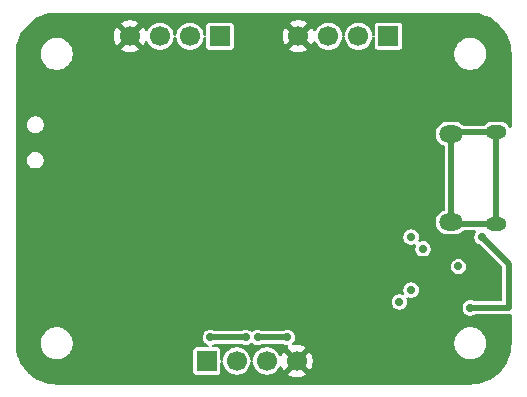
<source format=gbr>
%TF.GenerationSoftware,KiCad,Pcbnew,9.0.4*%
%TF.CreationDate,2025-10-05T01:24:38+05:30*%
%TF.ProjectId,Project4,50726f6a-6563-4743-942e-6b696361645f,rev?*%
%TF.SameCoordinates,Original*%
%TF.FileFunction,Copper,L2,Bot*%
%TF.FilePolarity,Positive*%
%FSLAX46Y46*%
G04 Gerber Fmt 4.6, Leading zero omitted, Abs format (unit mm)*
G04 Created by KiCad (PCBNEW 9.0.4) date 2025-10-05 01:24:38*
%MOMM*%
%LPD*%
G01*
G04 APERTURE LIST*
%TA.AperFunction,HeatsinkPad*%
%ADD10O,1.800000X1.150000*%
%TD*%
%TA.AperFunction,HeatsinkPad*%
%ADD11O,2.000000X1.450000*%
%TD*%
%TA.AperFunction,ComponentPad*%
%ADD12R,1.700000X1.700000*%
%TD*%
%TA.AperFunction,ComponentPad*%
%ADD13C,1.700000*%
%TD*%
%TA.AperFunction,ViaPad*%
%ADD14C,0.700000*%
%TD*%
%TA.AperFunction,Conductor*%
%ADD15C,0.500000*%
%TD*%
G04 APERTURE END LIST*
D10*
%TO.P,J1,6,Shield*%
%TO.N,unconnected-(J1-Shield-Pad6)*%
X134195000Y-87630000D03*
D11*
X130395000Y-87780000D03*
X130395000Y-95230000D03*
D10*
X134195000Y-95380000D03*
%TD*%
D12*
%TO.P,J4,1,Pin_1*%
%TO.N,+3.3V*%
X109690000Y-107000000D03*
D13*
%TO.P,J4,2,Pin_2*%
%TO.N,/I2C2_SCL*%
X112230000Y-107000000D03*
%TO.P,J4,3,Pin_3*%
%TO.N,/I2C2_SDA*%
X114770000Y-107000000D03*
%TO.P,J4,4,Pin_4*%
%TO.N,GND*%
X117310000Y-107000000D03*
%TD*%
D12*
%TO.P,J3,1,Pin_1*%
%TO.N,+3.3V*%
X125080000Y-79500000D03*
D13*
%TO.P,J3,2,Pin_2*%
%TO.N,/SWDIO*%
X122540000Y-79500000D03*
%TO.P,J3,3,Pin_3*%
%TO.N,/SWCLK*%
X120000000Y-79500000D03*
%TO.P,J3,4,Pin_4*%
%TO.N,GND*%
X117460000Y-79500000D03*
%TD*%
%TO.P,J2,4,Pin_4*%
%TO.N,GND*%
X103190000Y-79500000D03*
%TO.P,J2,3,Pin_3*%
%TO.N,/USART1_RX*%
X105730000Y-79500000D03*
%TO.P,J2,2,Pin_2*%
%TO.N,/USART1_TX*%
X108270000Y-79500000D03*
D12*
%TO.P,J2,1,Pin_1*%
%TO.N,+3.3V*%
X110810000Y-79500000D03*
%TD*%
D14*
%TO.N,GND*%
X133000000Y-99500000D03*
%TO.N,*%
X131000000Y-99000000D03*
%TO.N,GND*%
X113000000Y-92000000D03*
X123500000Y-92500000D03*
X106500000Y-94500000D03*
X106500000Y-92000000D03*
X102500000Y-91500000D03*
X101500000Y-97000000D03*
X98500000Y-86000000D03*
%TO.N,+3.3V*%
X132000000Y-102500000D03*
X133000000Y-96500000D03*
X116500000Y-105000000D03*
X114000000Y-105000000D03*
X113000000Y-105000000D03*
X110000000Y-105000000D03*
%TO.N,*%
X128000000Y-97500000D03*
X127000000Y-96500000D03*
%TO.N,GND*%
X128000000Y-90500000D03*
%TO.N,*%
X126000000Y-102000000D03*
X127000000Y-101000000D03*
%TO.N,GND*%
X112350000Y-95792980D03*
X116500000Y-97000000D03*
X114500000Y-100500000D03*
X107500000Y-101500000D03*
X107500000Y-98000000D03*
X107500000Y-92500000D03*
%TD*%
D15*
%TO.N,unconnected-(J1-Shield-Pad6)*%
X134195000Y-95380000D02*
X134195000Y-87630000D01*
X134195000Y-95380000D02*
X130545000Y-95380000D01*
X130545000Y-95380000D02*
X130395000Y-95230000D01*
X130395000Y-87780000D02*
X130395000Y-95230000D01*
X134195000Y-87630000D02*
X130545000Y-87630000D01*
X130545000Y-87630000D02*
X130395000Y-87780000D01*
X134045000Y-87780000D02*
X134195000Y-87630000D01*
%TO.N,+3.3V*%
X114000000Y-105000000D02*
X114003263Y-105003263D01*
X114003263Y-105003263D02*
X116496737Y-105003263D01*
X116496737Y-105003263D02*
X116500000Y-105000000D01*
X113000000Y-105000000D02*
X110000000Y-105000000D01*
X133000000Y-96500000D02*
X135249000Y-98749000D01*
X135249000Y-98749000D02*
X135249000Y-102500000D01*
X135249000Y-102500000D02*
X132000000Y-102500000D01*
%TD*%
%TA.AperFunction,Conductor*%
%TO.N,GND*%
G36*
X113543304Y-105479114D02*
G01*
X113579715Y-105502514D01*
X113580621Y-105501411D01*
X113585331Y-105505276D01*
X113691866Y-105576461D01*
X113691872Y-105576464D01*
X113691873Y-105576465D01*
X113810256Y-105625501D01*
X113810260Y-105625501D01*
X113810261Y-105625502D01*
X113935928Y-105650500D01*
X113935931Y-105650500D01*
X114064071Y-105650500D01*
X114158932Y-105631630D01*
X114189744Y-105625501D01*
X114308127Y-105576465D01*
X114309319Y-105575668D01*
X114310829Y-105574660D01*
X114312458Y-105574149D01*
X114313502Y-105573592D01*
X114313607Y-105573789D01*
X114377507Y-105553783D01*
X114379719Y-105553763D01*
X116120281Y-105553763D01*
X116187320Y-105573448D01*
X116189171Y-105574660D01*
X116191868Y-105576462D01*
X116191871Y-105576464D01*
X116191873Y-105576465D01*
X116310256Y-105625501D01*
X116310260Y-105625501D01*
X116310261Y-105625502D01*
X116435928Y-105650500D01*
X116489036Y-105650500D01*
X116556075Y-105670185D01*
X116601830Y-105722989D01*
X116611774Y-105792147D01*
X116582749Y-105855703D01*
X116561921Y-105874819D01*
X116548282Y-105884727D01*
X116548282Y-105884728D01*
X117180591Y-106517037D01*
X117117007Y-106534075D01*
X117002993Y-106599901D01*
X116909901Y-106692993D01*
X116844075Y-106807007D01*
X116827037Y-106870591D01*
X116194728Y-106238282D01*
X116194727Y-106238282D01*
X116155380Y-106292439D01*
X116058905Y-106481781D01*
X116049506Y-106510708D01*
X116010068Y-106568383D01*
X115945709Y-106595581D01*
X115876862Y-106583666D01*
X115825387Y-106536421D01*
X115821090Y-106528684D01*
X115793744Y-106475015D01*
X115753996Y-106397006D01*
X115740396Y-106378287D01*
X115647558Y-106250505D01*
X115647554Y-106250500D01*
X115519499Y-106122445D01*
X115519494Y-106122441D01*
X115372997Y-106016006D01*
X115372996Y-106016005D01*
X115372994Y-106016004D01*
X115296906Y-105977235D01*
X115211639Y-105933788D01*
X115211636Y-105933787D01*
X115039410Y-105877829D01*
X114860551Y-105849500D01*
X114860546Y-105849500D01*
X114679454Y-105849500D01*
X114679449Y-105849500D01*
X114500589Y-105877829D01*
X114328363Y-105933787D01*
X114328360Y-105933788D01*
X114167002Y-106016006D01*
X114020505Y-106122441D01*
X114020500Y-106122445D01*
X113892445Y-106250500D01*
X113892441Y-106250505D01*
X113786006Y-106397002D01*
X113703788Y-106558360D01*
X113703787Y-106558363D01*
X113647829Y-106730589D01*
X113622473Y-106890678D01*
X113592544Y-106953813D01*
X113533232Y-106990744D01*
X113463369Y-106989746D01*
X113405137Y-106951136D01*
X113377527Y-106890678D01*
X113363740Y-106803639D01*
X113352171Y-106730591D01*
X113309708Y-106599901D01*
X113296212Y-106558363D01*
X113296211Y-106558360D01*
X113253744Y-106475015D01*
X113213996Y-106397006D01*
X113200396Y-106378287D01*
X113107558Y-106250505D01*
X113107554Y-106250500D01*
X112979499Y-106122445D01*
X112979494Y-106122441D01*
X112832997Y-106016006D01*
X112832996Y-106016005D01*
X112832994Y-106016004D01*
X112756906Y-105977235D01*
X112671639Y-105933788D01*
X112671636Y-105933787D01*
X112499410Y-105877829D01*
X112320551Y-105849500D01*
X112320546Y-105849500D01*
X112139454Y-105849500D01*
X112139449Y-105849500D01*
X111960589Y-105877829D01*
X111788363Y-105933787D01*
X111788360Y-105933788D01*
X111627002Y-106016006D01*
X111480505Y-106122441D01*
X111480500Y-106122445D01*
X111352445Y-106250500D01*
X111352441Y-106250505D01*
X111246006Y-106397002D01*
X111163788Y-106558360D01*
X111163787Y-106558363D01*
X111107829Y-106730589D01*
X111086972Y-106862271D01*
X111057042Y-106925405D01*
X110997731Y-106962336D01*
X110927868Y-106961338D01*
X110869636Y-106922728D01*
X110841522Y-106858764D01*
X110840499Y-106842872D01*
X110840499Y-106105143D01*
X110840499Y-106105136D01*
X110838511Y-106087993D01*
X110837586Y-106080012D01*
X110837585Y-106080010D01*
X110837585Y-106080009D01*
X110792206Y-105977235D01*
X110712765Y-105897794D01*
X110712763Y-105897793D01*
X110609992Y-105852415D01*
X110584868Y-105849500D01*
X110272352Y-105849500D01*
X110263549Y-105846915D01*
X110254467Y-105848203D01*
X110230554Y-105837226D01*
X110205313Y-105829815D01*
X110199307Y-105822883D01*
X110190968Y-105819056D01*
X110176783Y-105796890D01*
X110159558Y-105777011D01*
X110158252Y-105767932D01*
X110153307Y-105760204D01*
X110153358Y-105733893D01*
X110149614Y-105707853D01*
X110153425Y-105699507D01*
X110153443Y-105690335D01*
X110167708Y-105668231D01*
X110178639Y-105644297D01*
X110187361Y-105637780D01*
X110191331Y-105631630D01*
X110215699Y-105616609D01*
X110221059Y-105612606D01*
X110222956Y-105611744D01*
X110308127Y-105576465D01*
X110324111Y-105565784D01*
X110333308Y-105561606D01*
X110358300Y-105558062D01*
X110382389Y-105550520D01*
X110384601Y-105550500D01*
X112615399Y-105550500D01*
X112682438Y-105570185D01*
X112684252Y-105571373D01*
X112691873Y-105576465D01*
X112810256Y-105625501D01*
X112810260Y-105625501D01*
X112810261Y-105625502D01*
X112935928Y-105650500D01*
X112935931Y-105650500D01*
X113064071Y-105650500D01*
X113158932Y-105631630D01*
X113189744Y-105625501D01*
X113308127Y-105576465D01*
X113414669Y-105505276D01*
X113414673Y-105505271D01*
X113419379Y-105501411D01*
X113420720Y-105503045D01*
X113473611Y-105474148D01*
X113543304Y-105479114D01*
G37*
%TD.AperFunction*%
%TA.AperFunction,Conductor*%
G36*
X132003032Y-77500648D02*
G01*
X132336929Y-77517052D01*
X132349037Y-77518245D01*
X132452146Y-77533539D01*
X132676699Y-77566849D01*
X132688617Y-77569219D01*
X133009951Y-77649709D01*
X133021588Y-77653240D01*
X133092806Y-77678722D01*
X133333467Y-77764832D01*
X133344688Y-77769479D01*
X133644163Y-77911120D01*
X133654871Y-77916844D01*
X133938988Y-78087137D01*
X133949106Y-78093897D01*
X134215170Y-78291224D01*
X134224576Y-78298944D01*
X134470013Y-78521395D01*
X134478604Y-78529986D01*
X134562404Y-78622445D01*
X134701055Y-78775423D01*
X134708775Y-78784829D01*
X134906102Y-79050893D01*
X134912862Y-79061011D01*
X134936172Y-79099901D01*
X135041776Y-79276092D01*
X135083148Y-79345116D01*
X135088883Y-79355844D01*
X135223862Y-79641234D01*
X135230514Y-79655297D01*
X135235170Y-79666540D01*
X135346759Y-79978411D01*
X135350292Y-79990055D01*
X135430777Y-80311369D01*
X135433151Y-80323305D01*
X135481754Y-80650962D01*
X135482947Y-80663071D01*
X135499351Y-80996966D01*
X135499500Y-81003051D01*
X135499500Y-87111292D01*
X135479815Y-87178331D01*
X135427011Y-87224086D01*
X135357853Y-87234030D01*
X135294297Y-87205005D01*
X135272398Y-87180183D01*
X135200045Y-87071901D01*
X135200042Y-87071897D01*
X135078102Y-86949957D01*
X135078098Y-86949954D01*
X134934711Y-86854145D01*
X134934698Y-86854138D01*
X134775378Y-86788146D01*
X134775366Y-86788143D01*
X134606232Y-86754500D01*
X134606229Y-86754500D01*
X133783771Y-86754500D01*
X133783768Y-86754500D01*
X133614633Y-86788143D01*
X133614621Y-86788146D01*
X133455301Y-86854138D01*
X133455288Y-86854145D01*
X133311901Y-86949954D01*
X133311897Y-86949957D01*
X133218674Y-87043181D01*
X133157351Y-87076666D01*
X133130993Y-87079500D01*
X131471138Y-87079500D01*
X131404099Y-87059815D01*
X131383461Y-87043185D01*
X131323718Y-86983442D01*
X131323717Y-86983441D01*
X131323716Y-86983440D01*
X131155762Y-86871217D01*
X131155752Y-86871212D01*
X130969127Y-86793909D01*
X130969119Y-86793907D01*
X130771007Y-86754500D01*
X130771003Y-86754500D01*
X130018997Y-86754500D01*
X130018992Y-86754500D01*
X129820880Y-86793907D01*
X129820872Y-86793909D01*
X129634247Y-86871212D01*
X129634237Y-86871217D01*
X129466281Y-86983441D01*
X129323441Y-87126281D01*
X129211217Y-87294237D01*
X129211212Y-87294247D01*
X129133909Y-87480872D01*
X129133907Y-87480880D01*
X129094500Y-87678992D01*
X129094500Y-87881007D01*
X129133907Y-88079119D01*
X129133909Y-88079127D01*
X129211212Y-88265752D01*
X129211217Y-88265762D01*
X129323441Y-88433718D01*
X129466281Y-88576558D01*
X129634237Y-88688782D01*
X129634243Y-88688785D01*
X129634244Y-88688786D01*
X129767954Y-88744171D01*
X129822356Y-88788011D01*
X129844421Y-88854305D01*
X129844500Y-88858731D01*
X129844500Y-94151268D01*
X129824815Y-94218307D01*
X129772011Y-94264062D01*
X129767953Y-94265829D01*
X129634247Y-94321212D01*
X129634237Y-94321217D01*
X129466281Y-94433441D01*
X129323441Y-94576281D01*
X129211217Y-94744237D01*
X129211212Y-94744247D01*
X129133909Y-94930872D01*
X129133907Y-94930880D01*
X129094500Y-95128992D01*
X129094500Y-95331007D01*
X129133907Y-95529119D01*
X129133909Y-95529127D01*
X129211212Y-95715752D01*
X129211217Y-95715762D01*
X129323441Y-95883718D01*
X129466281Y-96026558D01*
X129634237Y-96138782D01*
X129634241Y-96138784D01*
X129634244Y-96138786D01*
X129820873Y-96216091D01*
X130018992Y-96255499D01*
X130018996Y-96255500D01*
X130018997Y-96255500D01*
X130771004Y-96255500D01*
X130771005Y-96255499D01*
X130969127Y-96216091D01*
X131155756Y-96138786D01*
X131323718Y-96026558D01*
X131383458Y-95966817D01*
X131444779Y-95933334D01*
X131471138Y-95930500D01*
X132366191Y-95930500D01*
X132433230Y-95950185D01*
X132478985Y-96002989D01*
X132488929Y-96072147D01*
X132469293Y-96123391D01*
X132423538Y-96191866D01*
X132423533Y-96191875D01*
X132374499Y-96310255D01*
X132374497Y-96310261D01*
X132349500Y-96435928D01*
X132349500Y-96435931D01*
X132349500Y-96564069D01*
X132349500Y-96564071D01*
X132349499Y-96564071D01*
X132374497Y-96689738D01*
X132374499Y-96689744D01*
X132423533Y-96808124D01*
X132423538Y-96808133D01*
X132494723Y-96914668D01*
X132494726Y-96914672D01*
X132585327Y-97005273D01*
X132585331Y-97005276D01*
X132691866Y-97076461D01*
X132691879Y-97076468D01*
X132753401Y-97101951D01*
X132810256Y-97125501D01*
X132819198Y-97127279D01*
X132881109Y-97159662D01*
X132882691Y-97161216D01*
X134662181Y-98940706D01*
X134695666Y-99002029D01*
X134698500Y-99028387D01*
X134698500Y-101825500D01*
X134678815Y-101892539D01*
X134626011Y-101938294D01*
X134574500Y-101949500D01*
X132384601Y-101949500D01*
X132317562Y-101929815D01*
X132315747Y-101928626D01*
X132308127Y-101923535D01*
X132308124Y-101923533D01*
X132308123Y-101923533D01*
X132189744Y-101874499D01*
X132189738Y-101874497D01*
X132064071Y-101849500D01*
X132064069Y-101849500D01*
X131935931Y-101849500D01*
X131935929Y-101849500D01*
X131810261Y-101874497D01*
X131810255Y-101874499D01*
X131691875Y-101923533D01*
X131691866Y-101923538D01*
X131585331Y-101994723D01*
X131585327Y-101994726D01*
X131494726Y-102085327D01*
X131494723Y-102085331D01*
X131423538Y-102191866D01*
X131423533Y-102191875D01*
X131374499Y-102310255D01*
X131374497Y-102310261D01*
X131349500Y-102435928D01*
X131349500Y-102435931D01*
X131349500Y-102564069D01*
X131349500Y-102564071D01*
X131349499Y-102564071D01*
X131374497Y-102689738D01*
X131374499Y-102689744D01*
X131423533Y-102808124D01*
X131423538Y-102808133D01*
X131494723Y-102914668D01*
X131494726Y-102914672D01*
X131585327Y-103005273D01*
X131585331Y-103005276D01*
X131691866Y-103076461D01*
X131691875Y-103076466D01*
X131718692Y-103087574D01*
X131810256Y-103125501D01*
X131810260Y-103125501D01*
X131810261Y-103125502D01*
X131935928Y-103150500D01*
X131935931Y-103150500D01*
X132064071Y-103150500D01*
X132148615Y-103133682D01*
X132189744Y-103125501D01*
X132308127Y-103076465D01*
X132315712Y-103071396D01*
X132382389Y-103050520D01*
X132384601Y-103050500D01*
X135321472Y-103050500D01*
X135321475Y-103050500D01*
X135343407Y-103044623D01*
X135413253Y-103046284D01*
X135471117Y-103085445D01*
X135498623Y-103149672D01*
X135499500Y-103164397D01*
X135499500Y-105496948D01*
X135499351Y-105503033D01*
X135482947Y-105836928D01*
X135481754Y-105849037D01*
X135433151Y-106176694D01*
X135430777Y-106188630D01*
X135350292Y-106509944D01*
X135346759Y-106521588D01*
X135235170Y-106833459D01*
X135230514Y-106844702D01*
X135088885Y-107144151D01*
X135083148Y-107154883D01*
X134912862Y-107438988D01*
X134906102Y-107449106D01*
X134708775Y-107715170D01*
X134701055Y-107724576D01*
X134478611Y-107970006D01*
X134470006Y-107978611D01*
X134224576Y-108201055D01*
X134215170Y-108208775D01*
X133949106Y-108406102D01*
X133938988Y-108412862D01*
X133654883Y-108583148D01*
X133644151Y-108588885D01*
X133344702Y-108730514D01*
X133333459Y-108735170D01*
X133021588Y-108846759D01*
X133009944Y-108850292D01*
X132688630Y-108930777D01*
X132676694Y-108933151D01*
X132349037Y-108981754D01*
X132336928Y-108982947D01*
X132021989Y-108998419D01*
X132003031Y-108999351D01*
X131996949Y-108999500D01*
X97003051Y-108999500D01*
X96996968Y-108999351D01*
X96976900Y-108998365D01*
X96663071Y-108982947D01*
X96650962Y-108981754D01*
X96323305Y-108933151D01*
X96311369Y-108930777D01*
X95990055Y-108850292D01*
X95978411Y-108846759D01*
X95666540Y-108735170D01*
X95655301Y-108730515D01*
X95355844Y-108588883D01*
X95345121Y-108583150D01*
X95061011Y-108412862D01*
X95050893Y-108406102D01*
X94784829Y-108208775D01*
X94775423Y-108201055D01*
X94680774Y-108115270D01*
X94529986Y-107978604D01*
X94521395Y-107970013D01*
X94298944Y-107724576D01*
X94291224Y-107715170D01*
X94208031Y-107602997D01*
X94093895Y-107449103D01*
X94087137Y-107438988D01*
X93916844Y-107154871D01*
X93911120Y-107144163D01*
X93769479Y-106844688D01*
X93764829Y-106833459D01*
X93755364Y-106807007D01*
X93666398Y-106558363D01*
X93653240Y-106521588D01*
X93649707Y-106509944D01*
X93569219Y-106188617D01*
X93566848Y-106176694D01*
X93558800Y-106122441D01*
X93518245Y-105849037D01*
X93517052Y-105836927D01*
X93509850Y-105690335D01*
X93504094Y-105573162D01*
X93500649Y-105503032D01*
X93500500Y-105496948D01*
X93500500Y-105393713D01*
X95649500Y-105393713D01*
X95649500Y-105606286D01*
X95679688Y-105796890D01*
X95682754Y-105816243D01*
X95747661Y-106016006D01*
X95748444Y-106018414D01*
X95844951Y-106207820D01*
X95969890Y-106379786D01*
X96120213Y-106530109D01*
X96292179Y-106655048D01*
X96292181Y-106655049D01*
X96292184Y-106655051D01*
X96481588Y-106751557D01*
X96683757Y-106817246D01*
X96893713Y-106850500D01*
X96893714Y-106850500D01*
X97106286Y-106850500D01*
X97106287Y-106850500D01*
X97316243Y-106817246D01*
X97518412Y-106751557D01*
X97707816Y-106655051D01*
X97806070Y-106583666D01*
X97879786Y-106530109D01*
X97879788Y-106530106D01*
X97879792Y-106530104D01*
X98030104Y-106379792D01*
X98030106Y-106379788D01*
X98030109Y-106379786D01*
X98093569Y-106292439D01*
X98155051Y-106207816D01*
X98207372Y-106105131D01*
X108539500Y-106105131D01*
X108539500Y-107894856D01*
X108539502Y-107894882D01*
X108542413Y-107919987D01*
X108542415Y-107919991D01*
X108587793Y-108022764D01*
X108587794Y-108022765D01*
X108667235Y-108102206D01*
X108770009Y-108147585D01*
X108795135Y-108150500D01*
X110584864Y-108150499D01*
X110584879Y-108150497D01*
X110584882Y-108150497D01*
X110609987Y-108147586D01*
X110609988Y-108147585D01*
X110609991Y-108147585D01*
X110712765Y-108102206D01*
X110792206Y-108022765D01*
X110837585Y-107919991D01*
X110840500Y-107894865D01*
X110840499Y-107157125D01*
X110860183Y-107090089D01*
X110912987Y-107044334D01*
X110982146Y-107034390D01*
X111045702Y-107063415D01*
X111083476Y-107122193D01*
X111086972Y-107137729D01*
X111107829Y-107269410D01*
X111163787Y-107441636D01*
X111163788Y-107441639D01*
X111246006Y-107602997D01*
X111352441Y-107749494D01*
X111352445Y-107749499D01*
X111480500Y-107877554D01*
X111480505Y-107877558D01*
X111539502Y-107920421D01*
X111627006Y-107983996D01*
X111703094Y-108022765D01*
X111788360Y-108066211D01*
X111788363Y-108066212D01*
X111874476Y-108094191D01*
X111960591Y-108122171D01*
X112043429Y-108135291D01*
X112139449Y-108150500D01*
X112139454Y-108150500D01*
X112320551Y-108150500D01*
X112407259Y-108136765D01*
X112499409Y-108122171D01*
X112671639Y-108066211D01*
X112832994Y-107983996D01*
X112979501Y-107877553D01*
X113107553Y-107749501D01*
X113213996Y-107602994D01*
X113296211Y-107441639D01*
X113352171Y-107269409D01*
X113366422Y-107179425D01*
X113377527Y-107109321D01*
X113407456Y-107046186D01*
X113466768Y-107009255D01*
X113536630Y-107010253D01*
X113594863Y-107048863D01*
X113622473Y-107109321D01*
X113647829Y-107269410D01*
X113703787Y-107441636D01*
X113703788Y-107441639D01*
X113786006Y-107602997D01*
X113892441Y-107749494D01*
X113892445Y-107749499D01*
X114020500Y-107877554D01*
X114020505Y-107877558D01*
X114079502Y-107920421D01*
X114167006Y-107983996D01*
X114243094Y-108022765D01*
X114328360Y-108066211D01*
X114328363Y-108066212D01*
X114414476Y-108094191D01*
X114500591Y-108122171D01*
X114583429Y-108135291D01*
X114679449Y-108150500D01*
X114679454Y-108150500D01*
X114860551Y-108150500D01*
X114947259Y-108136765D01*
X115039409Y-108122171D01*
X115211639Y-108066211D01*
X115372994Y-107983996D01*
X115495669Y-107894868D01*
X115519495Y-107877558D01*
X115519497Y-107877555D01*
X115519501Y-107877553D01*
X115647553Y-107749501D01*
X115753996Y-107602994D01*
X115821090Y-107471314D01*
X115869065Y-107420519D01*
X115936886Y-107403724D01*
X116003021Y-107426262D01*
X116046472Y-107480977D01*
X116049506Y-107489292D01*
X116058904Y-107518217D01*
X116155375Y-107707550D01*
X116194728Y-107761716D01*
X116827037Y-107129408D01*
X116844075Y-107192993D01*
X116909901Y-107307007D01*
X117002993Y-107400099D01*
X117117007Y-107465925D01*
X117180590Y-107482962D01*
X116548282Y-108115269D01*
X116548282Y-108115270D01*
X116602449Y-108154624D01*
X116791782Y-108251095D01*
X116993870Y-108316757D01*
X117203754Y-108350000D01*
X117416246Y-108350000D01*
X117626127Y-108316757D01*
X117626130Y-108316757D01*
X117828217Y-108251095D01*
X118017554Y-108154622D01*
X118071716Y-108115270D01*
X118071717Y-108115270D01*
X117439408Y-107482962D01*
X117502993Y-107465925D01*
X117617007Y-107400099D01*
X117710099Y-107307007D01*
X117775925Y-107192993D01*
X117792962Y-107129408D01*
X118425270Y-107761717D01*
X118425270Y-107761716D01*
X118464622Y-107707554D01*
X118561095Y-107518217D01*
X118626757Y-107316130D01*
X118626757Y-107316127D01*
X118660000Y-107106246D01*
X118660000Y-106893753D01*
X118626757Y-106683872D01*
X118626757Y-106683869D01*
X118561095Y-106481782D01*
X118464624Y-106292449D01*
X118425270Y-106238282D01*
X118425269Y-106238282D01*
X117792962Y-106870590D01*
X117775925Y-106807007D01*
X117710099Y-106692993D01*
X117617007Y-106599901D01*
X117502993Y-106534075D01*
X117439409Y-106517037D01*
X118071716Y-105884728D01*
X118017550Y-105845375D01*
X117828217Y-105748904D01*
X117626129Y-105683242D01*
X117416246Y-105650000D01*
X117203753Y-105650000D01*
X117065239Y-105671938D01*
X117041125Y-105668821D01*
X117016835Y-105670025D01*
X117007090Y-105664423D01*
X116995946Y-105662983D01*
X116977343Y-105647323D01*
X116956261Y-105635204D01*
X116951092Y-105625225D01*
X116942494Y-105617987D01*
X116935310Y-105594755D01*
X116924127Y-105573162D01*
X116925174Y-105561970D01*
X116921855Y-105551235D01*
X116928371Y-105527807D01*
X116930638Y-105503596D01*
X116938377Y-105491837D01*
X116940580Y-105483922D01*
X116948227Y-105472997D01*
X116952851Y-105467093D01*
X117005276Y-105414669D01*
X117019278Y-105393713D01*
X130649500Y-105393713D01*
X130649500Y-105606286D01*
X130679688Y-105796890D01*
X130682754Y-105816243D01*
X130747661Y-106016006D01*
X130748444Y-106018414D01*
X130844951Y-106207820D01*
X130969890Y-106379786D01*
X131120213Y-106530109D01*
X131292179Y-106655048D01*
X131292181Y-106655049D01*
X131292184Y-106655051D01*
X131481588Y-106751557D01*
X131683757Y-106817246D01*
X131893713Y-106850500D01*
X131893714Y-106850500D01*
X132106286Y-106850500D01*
X132106287Y-106850500D01*
X132316243Y-106817246D01*
X132518412Y-106751557D01*
X132707816Y-106655051D01*
X132806070Y-106583666D01*
X132879786Y-106530109D01*
X132879788Y-106530106D01*
X132879792Y-106530104D01*
X133030104Y-106379792D01*
X133030106Y-106379788D01*
X133030109Y-106379786D01*
X133155048Y-106207820D01*
X133155049Y-106207819D01*
X133155051Y-106207816D01*
X133251557Y-106018412D01*
X133317246Y-105816243D01*
X133350500Y-105606287D01*
X133350500Y-105393713D01*
X133317246Y-105183757D01*
X133251557Y-104981588D01*
X133155051Y-104792184D01*
X133155049Y-104792181D01*
X133155048Y-104792179D01*
X133030109Y-104620213D01*
X132879786Y-104469890D01*
X132707820Y-104344951D01*
X132518414Y-104248444D01*
X132518413Y-104248443D01*
X132518412Y-104248443D01*
X132316243Y-104182754D01*
X132316241Y-104182753D01*
X132316240Y-104182753D01*
X132154957Y-104157208D01*
X132106287Y-104149500D01*
X131893713Y-104149500D01*
X131845042Y-104157208D01*
X131683760Y-104182753D01*
X131481585Y-104248444D01*
X131292179Y-104344951D01*
X131120213Y-104469890D01*
X130969890Y-104620213D01*
X130844951Y-104792179D01*
X130748444Y-104981585D01*
X130682753Y-105183760D01*
X130649500Y-105393713D01*
X117019278Y-105393713D01*
X117076465Y-105308127D01*
X117125501Y-105189744D01*
X117150500Y-105064069D01*
X117150500Y-104935931D01*
X117150500Y-104935928D01*
X117125502Y-104810261D01*
X117125501Y-104810260D01*
X117125501Y-104810256D01*
X117076465Y-104691873D01*
X117076464Y-104691872D01*
X117076461Y-104691866D01*
X117005276Y-104585331D01*
X117005273Y-104585327D01*
X116914672Y-104494726D01*
X116914668Y-104494723D01*
X116808133Y-104423538D01*
X116808124Y-104423533D01*
X116689744Y-104374499D01*
X116689738Y-104374497D01*
X116564071Y-104349500D01*
X116564069Y-104349500D01*
X116435931Y-104349500D01*
X116435929Y-104349500D01*
X116310261Y-104374497D01*
X116310255Y-104374499D01*
X116191875Y-104423533D01*
X116186448Y-104427159D01*
X116179406Y-104431864D01*
X116112732Y-104452743D01*
X116110516Y-104452763D01*
X114389484Y-104452763D01*
X114322445Y-104433078D01*
X114320655Y-104431906D01*
X114308127Y-104423535D01*
X114308126Y-104423534D01*
X114308124Y-104423533D01*
X114189744Y-104374499D01*
X114189738Y-104374497D01*
X114064071Y-104349500D01*
X114064069Y-104349500D01*
X113935931Y-104349500D01*
X113935929Y-104349500D01*
X113810261Y-104374497D01*
X113810255Y-104374499D01*
X113691875Y-104423533D01*
X113691866Y-104423538D01*
X113585331Y-104494723D01*
X113580621Y-104498589D01*
X113579283Y-104496958D01*
X113526358Y-104525858D01*
X113456666Y-104520874D01*
X113420280Y-104497489D01*
X113419379Y-104498589D01*
X113414668Y-104494723D01*
X113308133Y-104423538D01*
X113308124Y-104423533D01*
X113189744Y-104374499D01*
X113189738Y-104374497D01*
X113064071Y-104349500D01*
X113064069Y-104349500D01*
X112935931Y-104349500D01*
X112935929Y-104349500D01*
X112810261Y-104374497D01*
X112810255Y-104374499D01*
X112691876Y-104423533D01*
X112691873Y-104423534D01*
X112691873Y-104423535D01*
X112684287Y-104428603D01*
X112617611Y-104449480D01*
X112615399Y-104449500D01*
X110384601Y-104449500D01*
X110317562Y-104429815D01*
X110315747Y-104428626D01*
X110308127Y-104423535D01*
X110308124Y-104423533D01*
X110308123Y-104423533D01*
X110189744Y-104374499D01*
X110189738Y-104374497D01*
X110064071Y-104349500D01*
X110064069Y-104349500D01*
X109935931Y-104349500D01*
X109935929Y-104349500D01*
X109810261Y-104374497D01*
X109810255Y-104374499D01*
X109691875Y-104423533D01*
X109691866Y-104423538D01*
X109585331Y-104494723D01*
X109585327Y-104494726D01*
X109494726Y-104585327D01*
X109494723Y-104585331D01*
X109423538Y-104691866D01*
X109423533Y-104691875D01*
X109374499Y-104810255D01*
X109374497Y-104810261D01*
X109349500Y-104935928D01*
X109349500Y-104935931D01*
X109349500Y-105064069D01*
X109349500Y-105064071D01*
X109349499Y-105064071D01*
X109374497Y-105189738D01*
X109374499Y-105189744D01*
X109423533Y-105308124D01*
X109423538Y-105308133D01*
X109494723Y-105414668D01*
X109494726Y-105414672D01*
X109585327Y-105505273D01*
X109585331Y-105505276D01*
X109691866Y-105576461D01*
X109691879Y-105576468D01*
X109775100Y-105610939D01*
X109829504Y-105654780D01*
X109851569Y-105721074D01*
X109834290Y-105788773D01*
X109783153Y-105836384D01*
X109727648Y-105849500D01*
X108795143Y-105849500D01*
X108795117Y-105849502D01*
X108770012Y-105852413D01*
X108770008Y-105852415D01*
X108667235Y-105897793D01*
X108587794Y-105977234D01*
X108542415Y-106080006D01*
X108542415Y-106080008D01*
X108539500Y-106105131D01*
X98207372Y-106105131D01*
X98251557Y-106018412D01*
X98317246Y-105816243D01*
X98350500Y-105606287D01*
X98350500Y-105393713D01*
X98317246Y-105183757D01*
X98251557Y-104981588D01*
X98155051Y-104792184D01*
X98155049Y-104792181D01*
X98155048Y-104792179D01*
X98030109Y-104620213D01*
X97879786Y-104469890D01*
X97707820Y-104344951D01*
X97518414Y-104248444D01*
X97518413Y-104248443D01*
X97518412Y-104248443D01*
X97316243Y-104182754D01*
X97316241Y-104182753D01*
X97316240Y-104182753D01*
X97154957Y-104157208D01*
X97106287Y-104149500D01*
X96893713Y-104149500D01*
X96845042Y-104157208D01*
X96683760Y-104182753D01*
X96481585Y-104248444D01*
X96292179Y-104344951D01*
X96120213Y-104469890D01*
X95969890Y-104620213D01*
X95844951Y-104792179D01*
X95748444Y-104981585D01*
X95682753Y-105183760D01*
X95649500Y-105393713D01*
X93500500Y-105393713D01*
X93500500Y-102064071D01*
X125349499Y-102064071D01*
X125374497Y-102189738D01*
X125374499Y-102189744D01*
X125423533Y-102308124D01*
X125423538Y-102308133D01*
X125494723Y-102414668D01*
X125494726Y-102414672D01*
X125585327Y-102505273D01*
X125585331Y-102505276D01*
X125691866Y-102576461D01*
X125691872Y-102576464D01*
X125691873Y-102576465D01*
X125810256Y-102625501D01*
X125810260Y-102625501D01*
X125810261Y-102625502D01*
X125935928Y-102650500D01*
X125935931Y-102650500D01*
X126064071Y-102650500D01*
X126148615Y-102633682D01*
X126189744Y-102625501D01*
X126308127Y-102576465D01*
X126414669Y-102505276D01*
X126505276Y-102414669D01*
X126576465Y-102308127D01*
X126625501Y-102189744D01*
X126646271Y-102085331D01*
X126650500Y-102064071D01*
X126650500Y-101935928D01*
X126625502Y-101810261D01*
X126625501Y-101810260D01*
X126625501Y-101810256D01*
X126609419Y-101771432D01*
X126601951Y-101701965D01*
X126633226Y-101639486D01*
X126693315Y-101603833D01*
X126763140Y-101606326D01*
X126771425Y-101609416D01*
X126810256Y-101625501D01*
X126810260Y-101625501D01*
X126810261Y-101625502D01*
X126935928Y-101650500D01*
X126935931Y-101650500D01*
X127064071Y-101650500D01*
X127148615Y-101633682D01*
X127189744Y-101625501D01*
X127308127Y-101576465D01*
X127414669Y-101505276D01*
X127505276Y-101414669D01*
X127576465Y-101308127D01*
X127625501Y-101189744D01*
X127650500Y-101064069D01*
X127650500Y-100935931D01*
X127650500Y-100935928D01*
X127625502Y-100810261D01*
X127625501Y-100810260D01*
X127625501Y-100810256D01*
X127576465Y-100691873D01*
X127576464Y-100691872D01*
X127576461Y-100691866D01*
X127505276Y-100585331D01*
X127505273Y-100585327D01*
X127414672Y-100494726D01*
X127414668Y-100494723D01*
X127308133Y-100423538D01*
X127308124Y-100423533D01*
X127189744Y-100374499D01*
X127189738Y-100374497D01*
X127064071Y-100349500D01*
X127064069Y-100349500D01*
X126935931Y-100349500D01*
X126935929Y-100349500D01*
X126810261Y-100374497D01*
X126810255Y-100374499D01*
X126691875Y-100423533D01*
X126691866Y-100423538D01*
X126585331Y-100494723D01*
X126585327Y-100494726D01*
X126494726Y-100585327D01*
X126494723Y-100585331D01*
X126423538Y-100691866D01*
X126423533Y-100691875D01*
X126374499Y-100810255D01*
X126374497Y-100810261D01*
X126349500Y-100935928D01*
X126349500Y-100935931D01*
X126349500Y-101064069D01*
X126349500Y-101064071D01*
X126349499Y-101064071D01*
X126374497Y-101189738D01*
X126374500Y-101189748D01*
X126390579Y-101228566D01*
X126398048Y-101298035D01*
X126366772Y-101360514D01*
X126306683Y-101396166D01*
X126236858Y-101393672D01*
X126228566Y-101390579D01*
X126189748Y-101374500D01*
X126189738Y-101374497D01*
X126064071Y-101349500D01*
X126064069Y-101349500D01*
X125935931Y-101349500D01*
X125935929Y-101349500D01*
X125810261Y-101374497D01*
X125810255Y-101374499D01*
X125691875Y-101423533D01*
X125691866Y-101423538D01*
X125585331Y-101494723D01*
X125585327Y-101494726D01*
X125494726Y-101585327D01*
X125494723Y-101585331D01*
X125423538Y-101691866D01*
X125423533Y-101691875D01*
X125374499Y-101810255D01*
X125374497Y-101810261D01*
X125349500Y-101935928D01*
X125349500Y-101935931D01*
X125349500Y-102064069D01*
X125349500Y-102064071D01*
X125349499Y-102064071D01*
X93500500Y-102064071D01*
X93500500Y-99064071D01*
X130349499Y-99064071D01*
X130374497Y-99189738D01*
X130374499Y-99189744D01*
X130423533Y-99308124D01*
X130423538Y-99308133D01*
X130494723Y-99414668D01*
X130494726Y-99414672D01*
X130585327Y-99505273D01*
X130585331Y-99505276D01*
X130691866Y-99576461D01*
X130691872Y-99576464D01*
X130691873Y-99576465D01*
X130810256Y-99625501D01*
X130810260Y-99625501D01*
X130810261Y-99625502D01*
X130935928Y-99650500D01*
X130935931Y-99650500D01*
X131064071Y-99650500D01*
X131148615Y-99633682D01*
X131189744Y-99625501D01*
X131308127Y-99576465D01*
X131414669Y-99505276D01*
X131505276Y-99414669D01*
X131576465Y-99308127D01*
X131625501Y-99189744D01*
X131650500Y-99064069D01*
X131650500Y-98935931D01*
X131650500Y-98935928D01*
X131625502Y-98810261D01*
X131625501Y-98810260D01*
X131625501Y-98810256D01*
X131576465Y-98691873D01*
X131576464Y-98691872D01*
X131576461Y-98691866D01*
X131505276Y-98585331D01*
X131505273Y-98585327D01*
X131414672Y-98494726D01*
X131414668Y-98494723D01*
X131308133Y-98423538D01*
X131308124Y-98423533D01*
X131189744Y-98374499D01*
X131189738Y-98374497D01*
X131064071Y-98349500D01*
X131064069Y-98349500D01*
X130935931Y-98349500D01*
X130935929Y-98349500D01*
X130810261Y-98374497D01*
X130810255Y-98374499D01*
X130691875Y-98423533D01*
X130691866Y-98423538D01*
X130585331Y-98494723D01*
X130585327Y-98494726D01*
X130494726Y-98585327D01*
X130494723Y-98585331D01*
X130423538Y-98691866D01*
X130423533Y-98691875D01*
X130374499Y-98810255D01*
X130374497Y-98810261D01*
X130349500Y-98935928D01*
X130349500Y-98935931D01*
X130349500Y-99064069D01*
X130349500Y-99064071D01*
X130349499Y-99064071D01*
X93500500Y-99064071D01*
X93500500Y-96564071D01*
X126349499Y-96564071D01*
X126374497Y-96689738D01*
X126374499Y-96689744D01*
X126423533Y-96808124D01*
X126423538Y-96808133D01*
X126494723Y-96914668D01*
X126494726Y-96914672D01*
X126585327Y-97005273D01*
X126585331Y-97005276D01*
X126691866Y-97076461D01*
X126691872Y-97076464D01*
X126691873Y-97076465D01*
X126810256Y-97125501D01*
X126810260Y-97125501D01*
X126810261Y-97125502D01*
X126935928Y-97150500D01*
X126935931Y-97150500D01*
X127064071Y-97150500D01*
X127150914Y-97133225D01*
X127189744Y-97125501D01*
X127228564Y-97109420D01*
X127298033Y-97101951D01*
X127360513Y-97133225D01*
X127396166Y-97193314D01*
X127393673Y-97263139D01*
X127390580Y-97271432D01*
X127374499Y-97310256D01*
X127374497Y-97310261D01*
X127349500Y-97435928D01*
X127349500Y-97435931D01*
X127349500Y-97564069D01*
X127349500Y-97564071D01*
X127349499Y-97564071D01*
X127374497Y-97689738D01*
X127374499Y-97689744D01*
X127423533Y-97808124D01*
X127423538Y-97808133D01*
X127494723Y-97914668D01*
X127494726Y-97914672D01*
X127585327Y-98005273D01*
X127585331Y-98005276D01*
X127691866Y-98076461D01*
X127691872Y-98076464D01*
X127691873Y-98076465D01*
X127810256Y-98125501D01*
X127810260Y-98125501D01*
X127810261Y-98125502D01*
X127935928Y-98150500D01*
X127935931Y-98150500D01*
X128064071Y-98150500D01*
X128148615Y-98133682D01*
X128189744Y-98125501D01*
X128308127Y-98076465D01*
X128414669Y-98005276D01*
X128505276Y-97914669D01*
X128576465Y-97808127D01*
X128625501Y-97689744D01*
X128650500Y-97564069D01*
X128650500Y-97435931D01*
X128650500Y-97435928D01*
X128625502Y-97310261D01*
X128625501Y-97310260D01*
X128625501Y-97310256D01*
X128576465Y-97191873D01*
X128576464Y-97191872D01*
X128576461Y-97191866D01*
X128505276Y-97085331D01*
X128505273Y-97085327D01*
X128414672Y-96994726D01*
X128414668Y-96994723D01*
X128308133Y-96923538D01*
X128308124Y-96923533D01*
X128189744Y-96874499D01*
X128189738Y-96874497D01*
X128064071Y-96849500D01*
X128064069Y-96849500D01*
X127935931Y-96849500D01*
X127935929Y-96849500D01*
X127810261Y-96874497D01*
X127810256Y-96874499D01*
X127771432Y-96890580D01*
X127701963Y-96898047D01*
X127639484Y-96866772D01*
X127603832Y-96806682D01*
X127606327Y-96736857D01*
X127609421Y-96728564D01*
X127625499Y-96689749D01*
X127625499Y-96689748D01*
X127625501Y-96689744D01*
X127650500Y-96564069D01*
X127650500Y-96435931D01*
X127650500Y-96435928D01*
X127625502Y-96310261D01*
X127625501Y-96310260D01*
X127625501Y-96310256D01*
X127576465Y-96191873D01*
X127576464Y-96191872D01*
X127576461Y-96191866D01*
X127505276Y-96085331D01*
X127505273Y-96085327D01*
X127414672Y-95994726D01*
X127414668Y-95994723D01*
X127308133Y-95923538D01*
X127308124Y-95923533D01*
X127189744Y-95874499D01*
X127189738Y-95874497D01*
X127064071Y-95849500D01*
X127064069Y-95849500D01*
X126935931Y-95849500D01*
X126935929Y-95849500D01*
X126810261Y-95874497D01*
X126810255Y-95874499D01*
X126691875Y-95923533D01*
X126691866Y-95923538D01*
X126585331Y-95994723D01*
X126585327Y-95994726D01*
X126494726Y-96085327D01*
X126494723Y-96085331D01*
X126423538Y-96191866D01*
X126423533Y-96191875D01*
X126374499Y-96310255D01*
X126374497Y-96310261D01*
X126349500Y-96435928D01*
X126349500Y-96435931D01*
X126349500Y-96564069D01*
X126349500Y-96564071D01*
X126349499Y-96564071D01*
X93500500Y-96564071D01*
X93500500Y-90068995D01*
X94469499Y-90068995D01*
X94496418Y-90204322D01*
X94496421Y-90204332D01*
X94549221Y-90331804D01*
X94549228Y-90331817D01*
X94625885Y-90446541D01*
X94625888Y-90446545D01*
X94723454Y-90544111D01*
X94723458Y-90544114D01*
X94838182Y-90620771D01*
X94838195Y-90620778D01*
X94965667Y-90673578D01*
X94965672Y-90673580D01*
X94965676Y-90673580D01*
X94965677Y-90673581D01*
X95101004Y-90700500D01*
X95101007Y-90700500D01*
X95238995Y-90700500D01*
X95330041Y-90682389D01*
X95374328Y-90673580D01*
X95501811Y-90620775D01*
X95616542Y-90544114D01*
X95714114Y-90446542D01*
X95790775Y-90331811D01*
X95843580Y-90204328D01*
X95870500Y-90068993D01*
X95870500Y-89931007D01*
X95870500Y-89931004D01*
X95843581Y-89795677D01*
X95843580Y-89795676D01*
X95843580Y-89795672D01*
X95806230Y-89705500D01*
X95790778Y-89668195D01*
X95790771Y-89668182D01*
X95714114Y-89553458D01*
X95714111Y-89553454D01*
X95616545Y-89455888D01*
X95616541Y-89455885D01*
X95501817Y-89379228D01*
X95501804Y-89379221D01*
X95374332Y-89326421D01*
X95374322Y-89326418D01*
X95238995Y-89299500D01*
X95238993Y-89299500D01*
X95101007Y-89299500D01*
X95101005Y-89299500D01*
X94965677Y-89326418D01*
X94965667Y-89326421D01*
X94838195Y-89379221D01*
X94838182Y-89379228D01*
X94723458Y-89455885D01*
X94723454Y-89455888D01*
X94625888Y-89553454D01*
X94625885Y-89553458D01*
X94549228Y-89668182D01*
X94549221Y-89668195D01*
X94496421Y-89795667D01*
X94496418Y-89795677D01*
X94469500Y-89931004D01*
X94469500Y-89931007D01*
X94469500Y-90068993D01*
X94469500Y-90068995D01*
X94469499Y-90068995D01*
X93500500Y-90068995D01*
X93500500Y-87068995D01*
X94469499Y-87068995D01*
X94496418Y-87204322D01*
X94496421Y-87204332D01*
X94549221Y-87331804D01*
X94549228Y-87331817D01*
X94625885Y-87446541D01*
X94625888Y-87446545D01*
X94723454Y-87544111D01*
X94723458Y-87544114D01*
X94838182Y-87620771D01*
X94838195Y-87620778D01*
X94965667Y-87673578D01*
X94965672Y-87673580D01*
X94965676Y-87673580D01*
X94965677Y-87673581D01*
X95101004Y-87700500D01*
X95101007Y-87700500D01*
X95238995Y-87700500D01*
X95347120Y-87678992D01*
X95374328Y-87673580D01*
X95501811Y-87620775D01*
X95616542Y-87544114D01*
X95714114Y-87446542D01*
X95790775Y-87331811D01*
X95843580Y-87204328D01*
X95852389Y-87160041D01*
X95870500Y-87068995D01*
X95870500Y-86931004D01*
X95843581Y-86795677D01*
X95843580Y-86795676D01*
X95843580Y-86795672D01*
X95826526Y-86754500D01*
X95790778Y-86668195D01*
X95790771Y-86668182D01*
X95714114Y-86553458D01*
X95714111Y-86553454D01*
X95616545Y-86455888D01*
X95616541Y-86455885D01*
X95501817Y-86379228D01*
X95501804Y-86379221D01*
X95374332Y-86326421D01*
X95374322Y-86326418D01*
X95238995Y-86299500D01*
X95238993Y-86299500D01*
X95101007Y-86299500D01*
X95101005Y-86299500D01*
X94965677Y-86326418D01*
X94965667Y-86326421D01*
X94838195Y-86379221D01*
X94838182Y-86379228D01*
X94723458Y-86455885D01*
X94723454Y-86455888D01*
X94625888Y-86553454D01*
X94625885Y-86553458D01*
X94549228Y-86668182D01*
X94549221Y-86668195D01*
X94496421Y-86795667D01*
X94496418Y-86795677D01*
X94469500Y-86931004D01*
X94469500Y-86931007D01*
X94469500Y-87068993D01*
X94469500Y-87068995D01*
X94469499Y-87068995D01*
X93500500Y-87068995D01*
X93500500Y-81003051D01*
X93500649Y-80996966D01*
X93505722Y-80893713D01*
X95649500Y-80893713D01*
X95649500Y-81106286D01*
X95682753Y-81316239D01*
X95748444Y-81518414D01*
X95844951Y-81707820D01*
X95969890Y-81879786D01*
X96120213Y-82030109D01*
X96292179Y-82155048D01*
X96292181Y-82155049D01*
X96292184Y-82155051D01*
X96481588Y-82251557D01*
X96683757Y-82317246D01*
X96893713Y-82350500D01*
X96893714Y-82350500D01*
X97106286Y-82350500D01*
X97106287Y-82350500D01*
X97316243Y-82317246D01*
X97518412Y-82251557D01*
X97707816Y-82155051D01*
X97729789Y-82139086D01*
X97879786Y-82030109D01*
X97879788Y-82030106D01*
X97879792Y-82030104D01*
X98030104Y-81879792D01*
X98030106Y-81879788D01*
X98030109Y-81879786D01*
X98155048Y-81707820D01*
X98155047Y-81707820D01*
X98155051Y-81707816D01*
X98251557Y-81518412D01*
X98317246Y-81316243D01*
X98350500Y-81106287D01*
X98350500Y-80893713D01*
X130649500Y-80893713D01*
X130649500Y-81106286D01*
X130682753Y-81316239D01*
X130748444Y-81518414D01*
X130844951Y-81707820D01*
X130969890Y-81879786D01*
X131120213Y-82030109D01*
X131292179Y-82155048D01*
X131292181Y-82155049D01*
X131292184Y-82155051D01*
X131481588Y-82251557D01*
X131683757Y-82317246D01*
X131893713Y-82350500D01*
X131893714Y-82350500D01*
X132106286Y-82350500D01*
X132106287Y-82350500D01*
X132316243Y-82317246D01*
X132518412Y-82251557D01*
X132707816Y-82155051D01*
X132729789Y-82139086D01*
X132879786Y-82030109D01*
X132879788Y-82030106D01*
X132879792Y-82030104D01*
X133030104Y-81879792D01*
X133030106Y-81879788D01*
X133030109Y-81879786D01*
X133155048Y-81707820D01*
X133155047Y-81707820D01*
X133155051Y-81707816D01*
X133251557Y-81518412D01*
X133317246Y-81316243D01*
X133350500Y-81106287D01*
X133350500Y-80893713D01*
X133317246Y-80683757D01*
X133251557Y-80481588D01*
X133155051Y-80292184D01*
X133155049Y-80292181D01*
X133155048Y-80292179D01*
X133030109Y-80120213D01*
X132879786Y-79969890D01*
X132707820Y-79844951D01*
X132518414Y-79748444D01*
X132518413Y-79748443D01*
X132518412Y-79748443D01*
X132316243Y-79682754D01*
X132316241Y-79682753D01*
X132316240Y-79682753D01*
X132154442Y-79657127D01*
X132106287Y-79649500D01*
X131893713Y-79649500D01*
X131845558Y-79657127D01*
X131683760Y-79682753D01*
X131481585Y-79748444D01*
X131292179Y-79844951D01*
X131120213Y-79969890D01*
X130969890Y-80120213D01*
X130844951Y-80292179D01*
X130748444Y-80481585D01*
X130682753Y-80683760D01*
X130649500Y-80893713D01*
X98350500Y-80893713D01*
X98317246Y-80683757D01*
X98251557Y-80481588D01*
X98251555Y-80481585D01*
X98251555Y-80481583D01*
X98170908Y-80323305D01*
X98155051Y-80292184D01*
X98155049Y-80292181D01*
X98155048Y-80292179D01*
X98030109Y-80120213D01*
X97879786Y-79969890D01*
X97707820Y-79844951D01*
X97518414Y-79748444D01*
X97518413Y-79748443D01*
X97518412Y-79748443D01*
X97316243Y-79682754D01*
X97316241Y-79682753D01*
X97316240Y-79682753D01*
X97154442Y-79657127D01*
X97106287Y-79649500D01*
X96893713Y-79649500D01*
X96845558Y-79657127D01*
X96683760Y-79682753D01*
X96481585Y-79748444D01*
X96292179Y-79844951D01*
X96120213Y-79969890D01*
X95969890Y-80120213D01*
X95844951Y-80292179D01*
X95748444Y-80481585D01*
X95682753Y-80683760D01*
X95649500Y-80893713D01*
X93505722Y-80893713D01*
X93506260Y-80882756D01*
X93506260Y-80882755D01*
X93517052Y-80663072D01*
X93518245Y-80650962D01*
X93525477Y-80602205D01*
X93566849Y-80323296D01*
X93569218Y-80311385D01*
X93649710Y-79990043D01*
X93653240Y-79978411D01*
X93679715Y-79904419D01*
X93764835Y-79666525D01*
X93769476Y-79655318D01*
X93893187Y-79393753D01*
X101840000Y-79393753D01*
X101840000Y-79606246D01*
X101873242Y-79816127D01*
X101873242Y-79816130D01*
X101938904Y-80018217D01*
X102035375Y-80207550D01*
X102074728Y-80261716D01*
X102707037Y-79629408D01*
X102724075Y-79692993D01*
X102789901Y-79807007D01*
X102882993Y-79900099D01*
X102997007Y-79965925D01*
X103060590Y-79982962D01*
X102428282Y-80615269D01*
X102428282Y-80615270D01*
X102482449Y-80654624D01*
X102671782Y-80751095D01*
X102873870Y-80816757D01*
X103083754Y-80850000D01*
X103296246Y-80850000D01*
X103506127Y-80816757D01*
X103506130Y-80816757D01*
X103708217Y-80751095D01*
X103897554Y-80654622D01*
X103951716Y-80615270D01*
X103951717Y-80615270D01*
X103319408Y-79982962D01*
X103382993Y-79965925D01*
X103497007Y-79900099D01*
X103590099Y-79807007D01*
X103655925Y-79692993D01*
X103672962Y-79629409D01*
X104305270Y-80261717D01*
X104305270Y-80261716D01*
X104344622Y-80207554D01*
X104441095Y-80018217D01*
X104450492Y-79989295D01*
X104489928Y-79931618D01*
X104554286Y-79904419D01*
X104623133Y-79916331D01*
X104674610Y-79963574D01*
X104678908Y-79971314D01*
X104746004Y-80102995D01*
X104852441Y-80249494D01*
X104852445Y-80249499D01*
X104980500Y-80377554D01*
X104980505Y-80377558D01*
X105108287Y-80470396D01*
X105127006Y-80483996D01*
X105203094Y-80522765D01*
X105288360Y-80566211D01*
X105288363Y-80566212D01*
X105374476Y-80594191D01*
X105460591Y-80622171D01*
X105543429Y-80635291D01*
X105639449Y-80650500D01*
X105639454Y-80650500D01*
X105820551Y-80650500D01*
X105907259Y-80636765D01*
X105999409Y-80622171D01*
X106171639Y-80566211D01*
X106332994Y-80483996D01*
X106479501Y-80377553D01*
X106607553Y-80249501D01*
X106713996Y-80102994D01*
X106796211Y-79941639D01*
X106852171Y-79769409D01*
X106869955Y-79657127D01*
X106877527Y-79609321D01*
X106907456Y-79546186D01*
X106966768Y-79509255D01*
X107036630Y-79510253D01*
X107094863Y-79548863D01*
X107122473Y-79609321D01*
X107147829Y-79769410D01*
X107203787Y-79941636D01*
X107203788Y-79941639D01*
X107286006Y-80102997D01*
X107392441Y-80249494D01*
X107392445Y-80249499D01*
X107520500Y-80377554D01*
X107520505Y-80377558D01*
X107648287Y-80470396D01*
X107667006Y-80483996D01*
X107743094Y-80522765D01*
X107828360Y-80566211D01*
X107828363Y-80566212D01*
X107914476Y-80594191D01*
X108000591Y-80622171D01*
X108083429Y-80635291D01*
X108179449Y-80650500D01*
X108179454Y-80650500D01*
X108360551Y-80650500D01*
X108447259Y-80636765D01*
X108539409Y-80622171D01*
X108711639Y-80566211D01*
X108872994Y-80483996D01*
X109019501Y-80377553D01*
X109147553Y-80249501D01*
X109253996Y-80102994D01*
X109336211Y-79941639D01*
X109392171Y-79769409D01*
X109413027Y-79637729D01*
X109442956Y-79574595D01*
X109502267Y-79537663D01*
X109572130Y-79538661D01*
X109630363Y-79577271D01*
X109658477Y-79641234D01*
X109659500Y-79657127D01*
X109659500Y-80394856D01*
X109659502Y-80394882D01*
X109662413Y-80419987D01*
X109662415Y-80419991D01*
X109707793Y-80522764D01*
X109707794Y-80522765D01*
X109787235Y-80602206D01*
X109890009Y-80647585D01*
X109915135Y-80650500D01*
X111704864Y-80650499D01*
X111704879Y-80650497D01*
X111704882Y-80650497D01*
X111729987Y-80647586D01*
X111729988Y-80647585D01*
X111729991Y-80647585D01*
X111832765Y-80602206D01*
X111912206Y-80522765D01*
X111957585Y-80419991D01*
X111960500Y-80394865D01*
X111960499Y-79393753D01*
X116110000Y-79393753D01*
X116110000Y-79606246D01*
X116143242Y-79816127D01*
X116143242Y-79816130D01*
X116208904Y-80018217D01*
X116305375Y-80207550D01*
X116344728Y-80261716D01*
X116977037Y-79629408D01*
X116994075Y-79692993D01*
X117059901Y-79807007D01*
X117152993Y-79900099D01*
X117267007Y-79965925D01*
X117330590Y-79982962D01*
X116698282Y-80615269D01*
X116698282Y-80615270D01*
X116752449Y-80654624D01*
X116941782Y-80751095D01*
X117143870Y-80816757D01*
X117353754Y-80850000D01*
X117566246Y-80850000D01*
X117776127Y-80816757D01*
X117776130Y-80816757D01*
X117917234Y-80770910D01*
X117978217Y-80751095D01*
X118167554Y-80654622D01*
X118221716Y-80615270D01*
X118221717Y-80615270D01*
X117589408Y-79982962D01*
X117652993Y-79965925D01*
X117767007Y-79900099D01*
X117860099Y-79807007D01*
X117925925Y-79692993D01*
X117942962Y-79629409D01*
X118575270Y-80261717D01*
X118575270Y-80261716D01*
X118614622Y-80207554D01*
X118711095Y-80018217D01*
X118720492Y-79989295D01*
X118759928Y-79931618D01*
X118824286Y-79904419D01*
X118893133Y-79916331D01*
X118944610Y-79963574D01*
X118948908Y-79971314D01*
X119016004Y-80102995D01*
X119122441Y-80249494D01*
X119122445Y-80249499D01*
X119250500Y-80377554D01*
X119250505Y-80377558D01*
X119378287Y-80470396D01*
X119397006Y-80483996D01*
X119473094Y-80522765D01*
X119558360Y-80566211D01*
X119558363Y-80566212D01*
X119644476Y-80594191D01*
X119730591Y-80622171D01*
X119813429Y-80635291D01*
X119909449Y-80650500D01*
X119909454Y-80650500D01*
X120090551Y-80650500D01*
X120177259Y-80636765D01*
X120269409Y-80622171D01*
X120441639Y-80566211D01*
X120602994Y-80483996D01*
X120749501Y-80377553D01*
X120877553Y-80249501D01*
X120983996Y-80102994D01*
X121066211Y-79941639D01*
X121122171Y-79769409D01*
X121139955Y-79657127D01*
X121147527Y-79609321D01*
X121177456Y-79546186D01*
X121236768Y-79509255D01*
X121306630Y-79510253D01*
X121364863Y-79548863D01*
X121392473Y-79609321D01*
X121417829Y-79769410D01*
X121473787Y-79941636D01*
X121473788Y-79941639D01*
X121556006Y-80102997D01*
X121662441Y-80249494D01*
X121662445Y-80249499D01*
X121790500Y-80377554D01*
X121790505Y-80377558D01*
X121918287Y-80470396D01*
X121937006Y-80483996D01*
X122013094Y-80522765D01*
X122098360Y-80566211D01*
X122098363Y-80566212D01*
X122184476Y-80594191D01*
X122270591Y-80622171D01*
X122353429Y-80635291D01*
X122449449Y-80650500D01*
X122449454Y-80650500D01*
X122630551Y-80650500D01*
X122717259Y-80636765D01*
X122809409Y-80622171D01*
X122981639Y-80566211D01*
X123142994Y-80483996D01*
X123289501Y-80377553D01*
X123417553Y-80249501D01*
X123523996Y-80102994D01*
X123606211Y-79941639D01*
X123662171Y-79769409D01*
X123683027Y-79637729D01*
X123712956Y-79574595D01*
X123772267Y-79537663D01*
X123842130Y-79538661D01*
X123900363Y-79577271D01*
X123928477Y-79641234D01*
X123929500Y-79657127D01*
X123929500Y-80394856D01*
X123929502Y-80394882D01*
X123932413Y-80419987D01*
X123932415Y-80419991D01*
X123977793Y-80522764D01*
X123977794Y-80522765D01*
X124057235Y-80602206D01*
X124160009Y-80647585D01*
X124185135Y-80650500D01*
X125974864Y-80650499D01*
X125974879Y-80650497D01*
X125974882Y-80650497D01*
X125999987Y-80647586D01*
X125999988Y-80647585D01*
X125999991Y-80647585D01*
X126102765Y-80602206D01*
X126182206Y-80522765D01*
X126227585Y-80419991D01*
X126230500Y-80394865D01*
X126230499Y-78605136D01*
X126230497Y-78605117D01*
X126227586Y-78580012D01*
X126227585Y-78580010D01*
X126227585Y-78580009D01*
X126182206Y-78477235D01*
X126102765Y-78397794D01*
X126102763Y-78397793D01*
X125999992Y-78352415D01*
X125974865Y-78349500D01*
X124185143Y-78349500D01*
X124185117Y-78349502D01*
X124160012Y-78352413D01*
X124160008Y-78352415D01*
X124057235Y-78397793D01*
X123977794Y-78477234D01*
X123932415Y-78580006D01*
X123932415Y-78580008D01*
X123929500Y-78605131D01*
X123929500Y-79342871D01*
X123909815Y-79409910D01*
X123857011Y-79455665D01*
X123787853Y-79465609D01*
X123724297Y-79436584D01*
X123686523Y-79377806D01*
X123683027Y-79362269D01*
X123674274Y-79307007D01*
X123662171Y-79230591D01*
X123606211Y-79058361D01*
X123606211Y-79058360D01*
X123535671Y-78919920D01*
X123523996Y-78897006D01*
X123510396Y-78878287D01*
X123417558Y-78750505D01*
X123417554Y-78750500D01*
X123289499Y-78622445D01*
X123289494Y-78622441D01*
X123142997Y-78516006D01*
X123142996Y-78516005D01*
X123142994Y-78516004D01*
X123066906Y-78477235D01*
X122981639Y-78433788D01*
X122981636Y-78433787D01*
X122809410Y-78377829D01*
X122630551Y-78349500D01*
X122630546Y-78349500D01*
X122449454Y-78349500D01*
X122449449Y-78349500D01*
X122270589Y-78377829D01*
X122098363Y-78433787D01*
X122098360Y-78433788D01*
X121937002Y-78516006D01*
X121790505Y-78622441D01*
X121790500Y-78622445D01*
X121662445Y-78750500D01*
X121662441Y-78750505D01*
X121556006Y-78897002D01*
X121473788Y-79058360D01*
X121473787Y-79058363D01*
X121417829Y-79230589D01*
X121392473Y-79390678D01*
X121362544Y-79453813D01*
X121303232Y-79490744D01*
X121233369Y-79489746D01*
X121175137Y-79451136D01*
X121147527Y-79390678D01*
X121133740Y-79303639D01*
X121122171Y-79230591D01*
X121066211Y-79058361D01*
X121066211Y-79058360D01*
X120995671Y-78919920D01*
X120983996Y-78897006D01*
X120970396Y-78878287D01*
X120877558Y-78750505D01*
X120877554Y-78750500D01*
X120749499Y-78622445D01*
X120749494Y-78622441D01*
X120602997Y-78516006D01*
X120602996Y-78516005D01*
X120602994Y-78516004D01*
X120526906Y-78477235D01*
X120441639Y-78433788D01*
X120441636Y-78433787D01*
X120269410Y-78377829D01*
X120090551Y-78349500D01*
X120090546Y-78349500D01*
X119909454Y-78349500D01*
X119909449Y-78349500D01*
X119730589Y-78377829D01*
X119558363Y-78433787D01*
X119558360Y-78433788D01*
X119397002Y-78516006D01*
X119250505Y-78622441D01*
X119250500Y-78622445D01*
X119122445Y-78750500D01*
X119122441Y-78750505D01*
X119016004Y-78897004D01*
X118948908Y-79028685D01*
X118900933Y-79079480D01*
X118833112Y-79096275D01*
X118766977Y-79073737D01*
X118723527Y-79019021D01*
X118720492Y-79010705D01*
X118711094Y-78981780D01*
X118614624Y-78792449D01*
X118575270Y-78738282D01*
X118575269Y-78738282D01*
X117942962Y-79370590D01*
X117925925Y-79307007D01*
X117860099Y-79192993D01*
X117767007Y-79099901D01*
X117652993Y-79034075D01*
X117589409Y-79017037D01*
X118221716Y-78384728D01*
X118167550Y-78345375D01*
X117978217Y-78248904D01*
X117776129Y-78183242D01*
X117566246Y-78150000D01*
X117353754Y-78150000D01*
X117143872Y-78183242D01*
X117143869Y-78183242D01*
X116941782Y-78248904D01*
X116752439Y-78345380D01*
X116698282Y-78384727D01*
X116698282Y-78384728D01*
X117330591Y-79017037D01*
X117267007Y-79034075D01*
X117152993Y-79099901D01*
X117059901Y-79192993D01*
X116994075Y-79307007D01*
X116977037Y-79370591D01*
X116344728Y-78738282D01*
X116344727Y-78738282D01*
X116305380Y-78792439D01*
X116208904Y-78981782D01*
X116143242Y-79183869D01*
X116143242Y-79183872D01*
X116110000Y-79393753D01*
X111960499Y-79393753D01*
X111960499Y-78605136D01*
X111960497Y-78605117D01*
X111957586Y-78580012D01*
X111957585Y-78580011D01*
X111957585Y-78580009D01*
X111912206Y-78477235D01*
X111832765Y-78397794D01*
X111832763Y-78397793D01*
X111729992Y-78352415D01*
X111704865Y-78349500D01*
X109915143Y-78349500D01*
X109915117Y-78349502D01*
X109890012Y-78352413D01*
X109890008Y-78352415D01*
X109787235Y-78397793D01*
X109707794Y-78477234D01*
X109662415Y-78580006D01*
X109662415Y-78580008D01*
X109659500Y-78605131D01*
X109659500Y-79342871D01*
X109639815Y-79409910D01*
X109587011Y-79455665D01*
X109517853Y-79465609D01*
X109454297Y-79436584D01*
X109416523Y-79377806D01*
X109413027Y-79362269D01*
X109404274Y-79307007D01*
X109392171Y-79230591D01*
X109336211Y-79058361D01*
X109336211Y-79058360D01*
X109265671Y-78919920D01*
X109253996Y-78897006D01*
X109240396Y-78878287D01*
X109147558Y-78750505D01*
X109147554Y-78750500D01*
X109019499Y-78622445D01*
X109019494Y-78622441D01*
X108872997Y-78516006D01*
X108872996Y-78516005D01*
X108872994Y-78516004D01*
X108796906Y-78477235D01*
X108711639Y-78433788D01*
X108711636Y-78433787D01*
X108539410Y-78377829D01*
X108360551Y-78349500D01*
X108360546Y-78349500D01*
X108179454Y-78349500D01*
X108179449Y-78349500D01*
X108000589Y-78377829D01*
X107828363Y-78433787D01*
X107828360Y-78433788D01*
X107667002Y-78516006D01*
X107520505Y-78622441D01*
X107520500Y-78622445D01*
X107392445Y-78750500D01*
X107392441Y-78750505D01*
X107286006Y-78897002D01*
X107203788Y-79058360D01*
X107203787Y-79058363D01*
X107147829Y-79230589D01*
X107122473Y-79390678D01*
X107092544Y-79453813D01*
X107033232Y-79490744D01*
X106963369Y-79489746D01*
X106905137Y-79451136D01*
X106877527Y-79390678D01*
X106863740Y-79303639D01*
X106852171Y-79230591D01*
X106796211Y-79058361D01*
X106796211Y-79058360D01*
X106725671Y-78919920D01*
X106713996Y-78897006D01*
X106700396Y-78878287D01*
X106607558Y-78750505D01*
X106607554Y-78750500D01*
X106479499Y-78622445D01*
X106479494Y-78622441D01*
X106332997Y-78516006D01*
X106332996Y-78516005D01*
X106332994Y-78516004D01*
X106256906Y-78477235D01*
X106171639Y-78433788D01*
X106171636Y-78433787D01*
X105999410Y-78377829D01*
X105820551Y-78349500D01*
X105820546Y-78349500D01*
X105639454Y-78349500D01*
X105639449Y-78349500D01*
X105460589Y-78377829D01*
X105288363Y-78433787D01*
X105288360Y-78433788D01*
X105127002Y-78516006D01*
X104980505Y-78622441D01*
X104980500Y-78622445D01*
X104852445Y-78750500D01*
X104852441Y-78750505D01*
X104746004Y-78897004D01*
X104678908Y-79028685D01*
X104630933Y-79079480D01*
X104563112Y-79096275D01*
X104496977Y-79073737D01*
X104453527Y-79019021D01*
X104450492Y-79010705D01*
X104441094Y-78981780D01*
X104344624Y-78792449D01*
X104305270Y-78738282D01*
X104305269Y-78738282D01*
X103672962Y-79370590D01*
X103655925Y-79307007D01*
X103590099Y-79192993D01*
X103497007Y-79099901D01*
X103382993Y-79034075D01*
X103319409Y-79017037D01*
X103951716Y-78384728D01*
X103897550Y-78345375D01*
X103708217Y-78248904D01*
X103506129Y-78183242D01*
X103296246Y-78150000D01*
X103083754Y-78150000D01*
X102873872Y-78183242D01*
X102873869Y-78183242D01*
X102671782Y-78248904D01*
X102482439Y-78345380D01*
X102428282Y-78384727D01*
X102428282Y-78384728D01*
X103060591Y-79017037D01*
X102997007Y-79034075D01*
X102882993Y-79099901D01*
X102789901Y-79192993D01*
X102724075Y-79307007D01*
X102707037Y-79370591D01*
X102074728Y-78738282D01*
X102074727Y-78738282D01*
X102035380Y-78792439D01*
X101938904Y-78981782D01*
X101873242Y-79183869D01*
X101873242Y-79183872D01*
X101840000Y-79393753D01*
X93893187Y-79393753D01*
X93911124Y-79355828D01*
X93916840Y-79345136D01*
X94087145Y-79060998D01*
X94093888Y-79050905D01*
X94291232Y-78784818D01*
X94298935Y-78775433D01*
X94521405Y-78529975D01*
X94529975Y-78521405D01*
X94775433Y-78298935D01*
X94784818Y-78291232D01*
X95050905Y-78093888D01*
X95060998Y-78087145D01*
X95345136Y-77916840D01*
X95355828Y-77911124D01*
X95655318Y-77769476D01*
X95666525Y-77764835D01*
X95978412Y-77653239D01*
X95990043Y-77649710D01*
X96311385Y-77569218D01*
X96323296Y-77566849D01*
X96650962Y-77518244D01*
X96663068Y-77517052D01*
X96996967Y-77500648D01*
X97003051Y-77500500D01*
X97065892Y-77500500D01*
X131934108Y-77500500D01*
X131996949Y-77500500D01*
X132003032Y-77500648D01*
G37*
%TD.AperFunction*%
%TD*%
M02*

</source>
